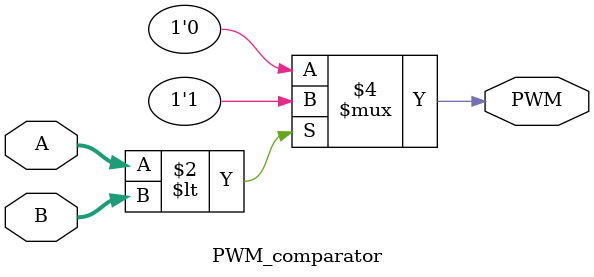
<source format=v>
/** Aaron Joseph Nanas
 ** ECE 526
 ** Professor Orod Haghighiara
 ** Final Project: Servo-Controlled Robot Arm
 ** Module: PWM_comparator.v
 **
 ** Description: This module will output the PWM
 ** in order to drive the servos, creating a waveform.
 ** When A is less than B, the PWM output is 1. 
 ** But when A is greater than B, the PWM output is 0
**/
`timescale 1ns / 1ps
 
module PWM_comparator (A, B, PWM);
	input [19:0] A;
	input [19:0] B;
	output reg PWM;

    // The PWM output is 1 when A < B; otherwise, it is 0
    always @ (A, B) begin
	   if (A < B)
		  PWM <= 1'b1;
	   else
		  PWM <= 1'b0;
	end
endmodule
</source>
